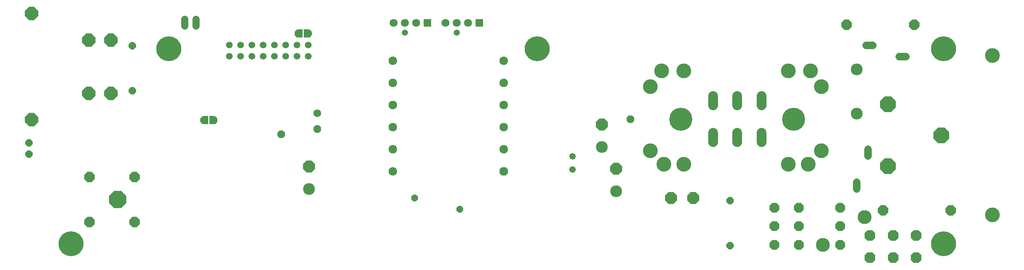
<source format=gbs>
G75*
%MOIN*%
%OFA0B0*%
%FSLAX25Y25*%
%IPPOS*%
%LPD*%
%AMOC8*
5,1,8,0,0,1.08239X$1,22.5*
%
%ADD10C,0.13098*%
%ADD11OC8,0.09350*%
%ADD12C,0.10500*%
%ADD13C,0.06500*%
%ADD14OC8,0.06500*%
%ADD15OC8,0.10500*%
%ADD16C,0.05815*%
%ADD17OC8,0.08768*%
%ADD18C,0.07587*%
%ADD19OC8,0.07587*%
%ADD20C,0.12311*%
%ADD21OC8,0.13886*%
%ADD22OC8,0.11768*%
%ADD23C,0.20500*%
%ADD24OC8,0.09100*%
%ADD25OC8,0.15500*%
%ADD26C,0.08750*%
%ADD27R,0.07100X0.07100*%
%ADD28C,0.07100*%
%ADD29C,0.05421*%
%ADD30C,0.05900*%
%ADD31C,0.06406*%
%ADD32OC8,0.06996*%
%ADD33OC8,0.05900*%
%ADD34OC8,0.06800*%
%ADD35C,0.06800*%
%ADD36OC8,0.06406*%
%ADD37OC8,0.09555*%
%ADD38C,0.00100*%
%ADD39C,0.22154*%
D10*
X0631534Y0140823D03*
X0643345Y0129012D03*
X0661062Y0129012D03*
X0753581Y0129012D03*
X0771298Y0129012D03*
X0783109Y0140823D03*
X0783109Y0197909D03*
X0773266Y0211689D03*
X0753581Y0211689D03*
X0661062Y0211689D03*
X0641377Y0211689D03*
X0631534Y0197909D03*
X0934684Y0225469D03*
X0934684Y0083736D03*
D11*
X0897668Y0087742D03*
X0837668Y0087742D03*
X0865418Y0252742D03*
X0805418Y0252742D03*
D12*
X0814418Y0213112D03*
X0814418Y0173742D03*
X0600949Y0104992D03*
X0588449Y0144242D03*
X0328699Y0106742D03*
D13*
X0814418Y0106728D02*
X0814418Y0112728D01*
X0824418Y0136256D02*
X0824418Y0142256D01*
X0852182Y0224492D02*
X0858182Y0224492D01*
X0828654Y0234492D02*
X0822654Y0234492D01*
D14*
X0702199Y0096492D03*
X0702199Y0056492D03*
X0171918Y0194274D03*
X0171918Y0234274D03*
D15*
X0328699Y0126742D03*
X0588449Y0164242D03*
X0600949Y0124992D03*
X0649607Y0098742D03*
X0669292Y0098742D03*
D16*
X0562449Y0124087D03*
X0562449Y0135898D03*
D17*
X0741373Y0090278D03*
X0763026Y0090278D03*
X0799699Y0090278D03*
X0799699Y0073742D03*
X0763026Y0073742D03*
X0741373Y0073742D03*
X0741373Y0057207D03*
X0763026Y0057207D03*
X0799699Y0057207D03*
D18*
X0501412Y0142215D03*
X0501412Y0161900D03*
X0501412Y0181585D03*
X0501412Y0201270D03*
X0501412Y0220955D03*
X0402987Y0220955D03*
X0402987Y0201270D03*
X0402987Y0181585D03*
X0402987Y0161900D03*
X0402987Y0142215D03*
X0402987Y0122530D03*
D19*
X0501412Y0122530D03*
D20*
X0784542Y0057207D03*
X0821550Y0082010D03*
D21*
X0842164Y0127043D03*
X0889408Y0154602D03*
X0842164Y0182161D03*
D22*
X0153188Y0192004D03*
X0133503Y0192004D03*
X0082715Y0168382D03*
X0133503Y0239248D03*
X0153188Y0239248D03*
X0082715Y0262870D03*
D23*
X0658449Y0168992D03*
X0758449Y0168992D03*
D24*
X0174054Y0117516D03*
X0134054Y0117516D03*
X0134054Y0077516D03*
X0174054Y0077516D03*
D25*
X0159093Y0097516D03*
D26*
X0686949Y0148617D02*
X0686949Y0156867D01*
X0708449Y0156867D02*
X0708449Y0148617D01*
X0729949Y0148617D02*
X0729949Y0156867D01*
X0729949Y0181117D02*
X0729949Y0189367D01*
X0708449Y0189367D02*
X0708449Y0181117D01*
X0686949Y0181117D02*
X0686949Y0189367D01*
D27*
X0479699Y0254492D03*
X0433699Y0254492D03*
D28*
X0423699Y0254492D03*
X0413699Y0254492D03*
X0403699Y0254492D03*
X0449699Y0254492D03*
X0459699Y0254492D03*
X0469699Y0254492D03*
D29*
X0459699Y0245988D03*
X0413699Y0245988D03*
D30*
X0328199Y0234992D03*
X0318199Y0234992D03*
X0308199Y0234992D03*
X0298199Y0234992D03*
X0288199Y0234992D03*
X0278199Y0234992D03*
X0268199Y0234992D03*
X0258199Y0234992D03*
X0258199Y0224992D03*
X0268199Y0224992D03*
X0278199Y0224992D03*
X0288199Y0224992D03*
X0298199Y0224992D03*
X0308199Y0224992D03*
X0318199Y0224992D03*
X0328199Y0224992D03*
D31*
X0228449Y0251789D02*
X0228449Y0257695D01*
X0218449Y0257695D02*
X0218449Y0251789D01*
D32*
X0303949Y0155492D03*
X0613699Y0168742D03*
D33*
X0422449Y0098992D03*
X0462449Y0088992D03*
D34*
X0336199Y0160242D03*
D35*
X0336199Y0174242D03*
D36*
X0080353Y0147791D03*
X0080353Y0137791D03*
D37*
X0826199Y0065427D03*
X0846699Y0065427D03*
X0867199Y0065427D03*
X0867199Y0045742D03*
X0846699Y0045742D03*
X0826199Y0045742D03*
D38*
X0247132Y0167559D02*
X0246933Y0166903D01*
X0246610Y0166298D01*
X0246174Y0165767D01*
X0245644Y0165332D01*
X0245039Y0165009D01*
X0244382Y0164809D01*
X0243699Y0164742D01*
X0240449Y0164742D01*
X0240449Y0171742D01*
X0243699Y0171742D01*
X0244382Y0171675D01*
X0245039Y0171476D01*
X0245644Y0171152D01*
X0246174Y0170717D01*
X0246610Y0170187D01*
X0246933Y0169582D01*
X0247132Y0168925D01*
X0247199Y0168242D01*
X0247132Y0167559D01*
X0247118Y0167512D02*
X0240449Y0167512D01*
X0240449Y0167414D02*
X0247088Y0167414D01*
X0247058Y0167315D02*
X0240449Y0167315D01*
X0240449Y0167217D02*
X0247028Y0167217D01*
X0246998Y0167118D02*
X0240449Y0167118D01*
X0240449Y0167020D02*
X0246969Y0167020D01*
X0246939Y0166921D02*
X0240449Y0166921D01*
X0240449Y0166823D02*
X0246890Y0166823D01*
X0246838Y0166724D02*
X0240449Y0166724D01*
X0240449Y0166626D02*
X0246785Y0166626D01*
X0246732Y0166527D02*
X0240449Y0166527D01*
X0240449Y0166429D02*
X0246680Y0166429D01*
X0246627Y0166330D02*
X0240449Y0166330D01*
X0240449Y0166232D02*
X0246555Y0166232D01*
X0246475Y0166133D02*
X0240449Y0166133D01*
X0240449Y0166035D02*
X0246394Y0166035D01*
X0246313Y0165936D02*
X0240449Y0165936D01*
X0240449Y0165837D02*
X0246232Y0165837D01*
X0246140Y0165739D02*
X0240449Y0165739D01*
X0240449Y0165640D02*
X0246020Y0165640D01*
X0245900Y0165542D02*
X0240449Y0165542D01*
X0240449Y0165443D02*
X0245780Y0165443D01*
X0245660Y0165345D02*
X0240449Y0165345D01*
X0240449Y0165246D02*
X0245484Y0165246D01*
X0245300Y0165148D02*
X0240449Y0165148D01*
X0240449Y0165049D02*
X0245115Y0165049D01*
X0244849Y0164951D02*
X0240449Y0164951D01*
X0240449Y0164852D02*
X0244524Y0164852D01*
X0243819Y0164754D02*
X0240449Y0164754D01*
X0238949Y0164754D02*
X0235580Y0164754D01*
X0235699Y0164742D02*
X0235017Y0164809D01*
X0234360Y0165009D01*
X0233755Y0165332D01*
X0233225Y0165767D01*
X0232789Y0166298D01*
X0232466Y0166903D01*
X0232267Y0167559D01*
X0232199Y0168242D01*
X0232267Y0168925D01*
X0232466Y0169582D01*
X0232789Y0170187D01*
X0233225Y0170717D01*
X0233755Y0171152D01*
X0234360Y0171476D01*
X0235017Y0171675D01*
X0235699Y0171742D01*
X0238949Y0171742D01*
X0238949Y0164742D01*
X0235699Y0164742D01*
X0234875Y0164852D02*
X0238949Y0164852D01*
X0238949Y0164951D02*
X0234550Y0164951D01*
X0234284Y0165049D02*
X0238949Y0165049D01*
X0238949Y0165148D02*
X0234099Y0165148D01*
X0233915Y0165246D02*
X0238949Y0165246D01*
X0238949Y0165345D02*
X0233739Y0165345D01*
X0233619Y0165443D02*
X0238949Y0165443D01*
X0238949Y0165542D02*
X0233499Y0165542D01*
X0233379Y0165640D02*
X0238949Y0165640D01*
X0238949Y0165739D02*
X0233259Y0165739D01*
X0233167Y0165837D02*
X0238949Y0165837D01*
X0238949Y0165936D02*
X0233086Y0165936D01*
X0233005Y0166035D02*
X0238949Y0166035D01*
X0238949Y0166133D02*
X0232924Y0166133D01*
X0232844Y0166232D02*
X0238949Y0166232D01*
X0238949Y0166330D02*
X0232772Y0166330D01*
X0232719Y0166429D02*
X0238949Y0166429D01*
X0238949Y0166527D02*
X0232667Y0166527D01*
X0232614Y0166626D02*
X0238949Y0166626D01*
X0238949Y0166724D02*
X0232561Y0166724D01*
X0232509Y0166823D02*
X0238949Y0166823D01*
X0238949Y0166921D02*
X0232460Y0166921D01*
X0232430Y0167020D02*
X0238949Y0167020D01*
X0238949Y0167118D02*
X0232401Y0167118D01*
X0232371Y0167217D02*
X0238949Y0167217D01*
X0238949Y0167315D02*
X0232341Y0167315D01*
X0232311Y0167414D02*
X0238949Y0167414D01*
X0238949Y0167512D02*
X0232281Y0167512D01*
X0232262Y0167611D02*
X0238949Y0167611D01*
X0238949Y0167709D02*
X0232252Y0167709D01*
X0232242Y0167808D02*
X0238949Y0167808D01*
X0238949Y0167906D02*
X0232233Y0167906D01*
X0232223Y0168005D02*
X0238949Y0168005D01*
X0238949Y0168103D02*
X0232213Y0168103D01*
X0232203Y0168202D02*
X0238949Y0168202D01*
X0238949Y0168300D02*
X0232205Y0168300D01*
X0232215Y0168399D02*
X0238949Y0168399D01*
X0238949Y0168497D02*
X0232225Y0168497D01*
X0232234Y0168596D02*
X0238949Y0168596D01*
X0238949Y0168694D02*
X0232244Y0168694D01*
X0232254Y0168793D02*
X0238949Y0168793D01*
X0238949Y0168891D02*
X0232263Y0168891D01*
X0232286Y0168990D02*
X0238949Y0168990D01*
X0238949Y0169088D02*
X0232316Y0169088D01*
X0232346Y0169187D02*
X0238949Y0169187D01*
X0238949Y0169285D02*
X0232376Y0169285D01*
X0232406Y0169384D02*
X0238949Y0169384D01*
X0238949Y0169482D02*
X0232436Y0169482D01*
X0232466Y0169581D02*
X0238949Y0169581D01*
X0238949Y0169679D02*
X0232518Y0169679D01*
X0232571Y0169778D02*
X0238949Y0169778D01*
X0238949Y0169876D02*
X0232624Y0169876D01*
X0232676Y0169975D02*
X0238949Y0169975D01*
X0238949Y0170073D02*
X0232729Y0170073D01*
X0232781Y0170172D02*
X0238949Y0170172D01*
X0238949Y0170270D02*
X0232858Y0170270D01*
X0232939Y0170369D02*
X0238949Y0170369D01*
X0238949Y0170468D02*
X0233020Y0170468D01*
X0233101Y0170566D02*
X0238949Y0170566D01*
X0238949Y0170665D02*
X0233182Y0170665D01*
X0233281Y0170763D02*
X0238949Y0170763D01*
X0238949Y0170862D02*
X0233401Y0170862D01*
X0233521Y0170960D02*
X0238949Y0170960D01*
X0238949Y0171059D02*
X0233641Y0171059D01*
X0233764Y0171157D02*
X0238949Y0171157D01*
X0238949Y0171256D02*
X0233948Y0171256D01*
X0234133Y0171354D02*
X0238949Y0171354D01*
X0238949Y0171453D02*
X0234317Y0171453D01*
X0234609Y0171551D02*
X0238949Y0171551D01*
X0238949Y0171650D02*
X0234934Y0171650D01*
X0240449Y0171650D02*
X0244465Y0171650D01*
X0244790Y0171551D02*
X0240449Y0171551D01*
X0240449Y0171453D02*
X0245082Y0171453D01*
X0245266Y0171354D02*
X0240449Y0171354D01*
X0240449Y0171256D02*
X0245451Y0171256D01*
X0245635Y0171157D02*
X0240449Y0171157D01*
X0240449Y0171059D02*
X0245758Y0171059D01*
X0245878Y0170960D02*
X0240449Y0170960D01*
X0240449Y0170862D02*
X0245998Y0170862D01*
X0246118Y0170763D02*
X0240449Y0170763D01*
X0240449Y0170665D02*
X0246217Y0170665D01*
X0246298Y0170566D02*
X0240449Y0170566D01*
X0240449Y0170468D02*
X0246379Y0170468D01*
X0246460Y0170369D02*
X0240449Y0170369D01*
X0240449Y0170270D02*
X0246541Y0170270D01*
X0246617Y0170172D02*
X0240449Y0170172D01*
X0240449Y0170073D02*
X0246670Y0170073D01*
X0246723Y0169975D02*
X0240449Y0169975D01*
X0240449Y0169876D02*
X0246775Y0169876D01*
X0246828Y0169778D02*
X0240449Y0169778D01*
X0240449Y0169679D02*
X0246881Y0169679D01*
X0246933Y0169581D02*
X0240449Y0169581D01*
X0240449Y0169482D02*
X0246963Y0169482D01*
X0246993Y0169384D02*
X0240449Y0169384D01*
X0240449Y0169285D02*
X0247023Y0169285D01*
X0247053Y0169187D02*
X0240449Y0169187D01*
X0240449Y0169088D02*
X0247083Y0169088D01*
X0247113Y0168990D02*
X0240449Y0168990D01*
X0240449Y0168891D02*
X0247136Y0168891D01*
X0247145Y0168793D02*
X0240449Y0168793D01*
X0240449Y0168694D02*
X0247155Y0168694D01*
X0247165Y0168596D02*
X0240449Y0168596D01*
X0240449Y0168497D02*
X0247174Y0168497D01*
X0247184Y0168399D02*
X0240449Y0168399D01*
X0240449Y0168300D02*
X0247194Y0168300D01*
X0247195Y0168202D02*
X0240449Y0168202D01*
X0240449Y0168103D02*
X0247186Y0168103D01*
X0247176Y0168005D02*
X0240449Y0168005D01*
X0240449Y0167906D02*
X0247166Y0167906D01*
X0247157Y0167808D02*
X0240449Y0167808D01*
X0240449Y0167709D02*
X0247147Y0167709D01*
X0247137Y0167611D02*
X0240449Y0167611D01*
X0316975Y0242767D02*
X0316539Y0243298D01*
X0316216Y0243903D01*
X0316017Y0244559D01*
X0315949Y0245242D01*
X0316017Y0245925D01*
X0316216Y0246582D01*
X0316539Y0247187D01*
X0316975Y0247717D01*
X0317505Y0248152D01*
X0318110Y0248476D01*
X0318767Y0248675D01*
X0319449Y0248742D01*
X0322699Y0248742D01*
X0322699Y0241742D01*
X0319449Y0241742D01*
X0318767Y0241809D01*
X0318110Y0242009D01*
X0317505Y0242332D01*
X0316975Y0242767D01*
X0316968Y0242775D02*
X0322699Y0242775D01*
X0322699Y0242873D02*
X0316888Y0242873D01*
X0316807Y0242972D02*
X0322699Y0242972D01*
X0322699Y0243070D02*
X0316726Y0243070D01*
X0316645Y0243169D02*
X0322699Y0243169D01*
X0322699Y0243267D02*
X0316564Y0243267D01*
X0316503Y0243366D02*
X0322699Y0243366D01*
X0322699Y0243464D02*
X0316450Y0243464D01*
X0316398Y0243563D02*
X0322699Y0243563D01*
X0322699Y0243661D02*
X0316345Y0243661D01*
X0316292Y0243760D02*
X0322699Y0243760D01*
X0322699Y0243858D02*
X0316240Y0243858D01*
X0316199Y0243957D02*
X0322699Y0243957D01*
X0322699Y0244055D02*
X0316170Y0244055D01*
X0316140Y0244154D02*
X0322699Y0244154D01*
X0322699Y0244252D02*
X0316110Y0244252D01*
X0316080Y0244351D02*
X0322699Y0244351D01*
X0322699Y0244450D02*
X0316050Y0244450D01*
X0316020Y0244548D02*
X0322699Y0244548D01*
X0322699Y0244647D02*
X0316008Y0244647D01*
X0315998Y0244745D02*
X0322699Y0244745D01*
X0322699Y0244844D02*
X0315989Y0244844D01*
X0315979Y0244942D02*
X0322699Y0244942D01*
X0322699Y0245041D02*
X0315969Y0245041D01*
X0315960Y0245139D02*
X0322699Y0245139D01*
X0322699Y0245238D02*
X0315950Y0245238D01*
X0315959Y0245336D02*
X0322699Y0245336D01*
X0322699Y0245435D02*
X0315968Y0245435D01*
X0315978Y0245533D02*
X0322699Y0245533D01*
X0322699Y0245632D02*
X0315988Y0245632D01*
X0315998Y0245730D02*
X0322699Y0245730D01*
X0322699Y0245829D02*
X0316007Y0245829D01*
X0316017Y0245927D02*
X0322699Y0245927D01*
X0322699Y0246026D02*
X0316047Y0246026D01*
X0316077Y0246124D02*
X0322699Y0246124D01*
X0322699Y0246223D02*
X0316107Y0246223D01*
X0316137Y0246321D02*
X0322699Y0246321D01*
X0322699Y0246420D02*
X0316167Y0246420D01*
X0316197Y0246518D02*
X0322699Y0246518D01*
X0322699Y0246617D02*
X0316235Y0246617D01*
X0316287Y0246715D02*
X0322699Y0246715D01*
X0322699Y0246814D02*
X0316340Y0246814D01*
X0316393Y0246912D02*
X0322699Y0246912D01*
X0322699Y0247011D02*
X0316445Y0247011D01*
X0316498Y0247109D02*
X0322699Y0247109D01*
X0322699Y0247208D02*
X0316557Y0247208D01*
X0316638Y0247306D02*
X0322699Y0247306D01*
X0322699Y0247405D02*
X0316718Y0247405D01*
X0316799Y0247503D02*
X0322699Y0247503D01*
X0322699Y0247602D02*
X0316880Y0247602D01*
X0316961Y0247700D02*
X0322699Y0247700D01*
X0322699Y0247799D02*
X0317074Y0247799D01*
X0317194Y0247897D02*
X0322699Y0247897D01*
X0322699Y0247996D02*
X0317314Y0247996D01*
X0317434Y0248094D02*
X0322699Y0248094D01*
X0322699Y0248193D02*
X0317581Y0248193D01*
X0317765Y0248291D02*
X0322699Y0248291D01*
X0322699Y0248390D02*
X0317950Y0248390D01*
X0318152Y0248488D02*
X0322699Y0248488D01*
X0322699Y0248587D02*
X0318477Y0248587D01*
X0318875Y0248686D02*
X0322699Y0248686D01*
X0324199Y0248686D02*
X0328024Y0248686D01*
X0328132Y0248675D02*
X0328789Y0248476D01*
X0329394Y0248152D01*
X0329924Y0247717D01*
X0330360Y0247187D01*
X0330683Y0246582D01*
X0330882Y0245925D01*
X0330949Y0245242D01*
X0330882Y0244559D01*
X0330683Y0243903D01*
X0330360Y0243298D01*
X0329924Y0242767D01*
X0329394Y0242332D01*
X0328789Y0242009D01*
X0328132Y0241809D01*
X0327449Y0241742D01*
X0324199Y0241742D01*
X0324199Y0248742D01*
X0327449Y0248742D01*
X0328132Y0248675D01*
X0328422Y0248587D02*
X0324199Y0248587D01*
X0324199Y0248488D02*
X0328747Y0248488D01*
X0328949Y0248390D02*
X0324199Y0248390D01*
X0324199Y0248291D02*
X0329134Y0248291D01*
X0329318Y0248193D02*
X0324199Y0248193D01*
X0324199Y0248094D02*
X0329464Y0248094D01*
X0329584Y0247996D02*
X0324199Y0247996D01*
X0324199Y0247897D02*
X0329705Y0247897D01*
X0329825Y0247799D02*
X0324199Y0247799D01*
X0324199Y0247700D02*
X0329938Y0247700D01*
X0330019Y0247602D02*
X0324199Y0247602D01*
X0324199Y0247503D02*
X0330100Y0247503D01*
X0330181Y0247405D02*
X0324199Y0247405D01*
X0324199Y0247306D02*
X0330261Y0247306D01*
X0330342Y0247208D02*
X0324199Y0247208D01*
X0324199Y0247109D02*
X0330401Y0247109D01*
X0330454Y0247011D02*
X0324199Y0247011D01*
X0324199Y0246912D02*
X0330506Y0246912D01*
X0330559Y0246814D02*
X0324199Y0246814D01*
X0324199Y0246715D02*
X0330612Y0246715D01*
X0330664Y0246617D02*
X0324199Y0246617D01*
X0324199Y0246518D02*
X0330702Y0246518D01*
X0330732Y0246420D02*
X0324199Y0246420D01*
X0324199Y0246321D02*
X0330762Y0246321D01*
X0330792Y0246223D02*
X0324199Y0246223D01*
X0324199Y0246124D02*
X0330822Y0246124D01*
X0330852Y0246026D02*
X0324199Y0246026D01*
X0324199Y0245927D02*
X0330882Y0245927D01*
X0330892Y0245829D02*
X0324199Y0245829D01*
X0324199Y0245730D02*
X0330901Y0245730D01*
X0330911Y0245632D02*
X0324199Y0245632D01*
X0324199Y0245533D02*
X0330921Y0245533D01*
X0330930Y0245435D02*
X0324199Y0245435D01*
X0324199Y0245336D02*
X0330940Y0245336D01*
X0330949Y0245238D02*
X0324199Y0245238D01*
X0324199Y0245139D02*
X0330939Y0245139D01*
X0330930Y0245041D02*
X0324199Y0245041D01*
X0324199Y0244942D02*
X0330920Y0244942D01*
X0330910Y0244844D02*
X0324199Y0244844D01*
X0324199Y0244745D02*
X0330901Y0244745D01*
X0330891Y0244647D02*
X0324199Y0244647D01*
X0324199Y0244548D02*
X0330879Y0244548D01*
X0330849Y0244450D02*
X0324199Y0244450D01*
X0324199Y0244351D02*
X0330819Y0244351D01*
X0330789Y0244252D02*
X0324199Y0244252D01*
X0324199Y0244154D02*
X0330759Y0244154D01*
X0330729Y0244055D02*
X0324199Y0244055D01*
X0324199Y0243957D02*
X0330700Y0243957D01*
X0330659Y0243858D02*
X0324199Y0243858D01*
X0324199Y0243760D02*
X0330607Y0243760D01*
X0330554Y0243661D02*
X0324199Y0243661D01*
X0324199Y0243563D02*
X0330501Y0243563D01*
X0330449Y0243464D02*
X0324199Y0243464D01*
X0324199Y0243366D02*
X0330396Y0243366D01*
X0330335Y0243267D02*
X0324199Y0243267D01*
X0324199Y0243169D02*
X0330254Y0243169D01*
X0330173Y0243070D02*
X0324199Y0243070D01*
X0324199Y0242972D02*
X0330092Y0242972D01*
X0330011Y0242873D02*
X0324199Y0242873D01*
X0324199Y0242775D02*
X0329931Y0242775D01*
X0329814Y0242676D02*
X0324199Y0242676D01*
X0324199Y0242578D02*
X0329694Y0242578D01*
X0329573Y0242479D02*
X0324199Y0242479D01*
X0324199Y0242381D02*
X0329453Y0242381D01*
X0329301Y0242282D02*
X0324199Y0242282D01*
X0324199Y0242184D02*
X0329117Y0242184D01*
X0328932Y0242085D02*
X0324199Y0242085D01*
X0324199Y0241987D02*
X0328717Y0241987D01*
X0328392Y0241888D02*
X0324199Y0241888D01*
X0324199Y0241790D02*
X0327933Y0241790D01*
X0322699Y0241790D02*
X0318966Y0241790D01*
X0318507Y0241888D02*
X0322699Y0241888D01*
X0322699Y0241987D02*
X0318182Y0241987D01*
X0317967Y0242085D02*
X0322699Y0242085D01*
X0322699Y0242184D02*
X0317782Y0242184D01*
X0317598Y0242282D02*
X0322699Y0242282D01*
X0322699Y0242381D02*
X0317446Y0242381D01*
X0317325Y0242479D02*
X0322699Y0242479D01*
X0322699Y0242578D02*
X0317205Y0242578D01*
X0317085Y0242676D02*
X0322699Y0242676D01*
D39*
X0117755Y0058146D03*
X0204369Y0231374D03*
X0531140Y0231374D03*
X0891377Y0231374D03*
X0891377Y0058146D03*
M02*

</source>
